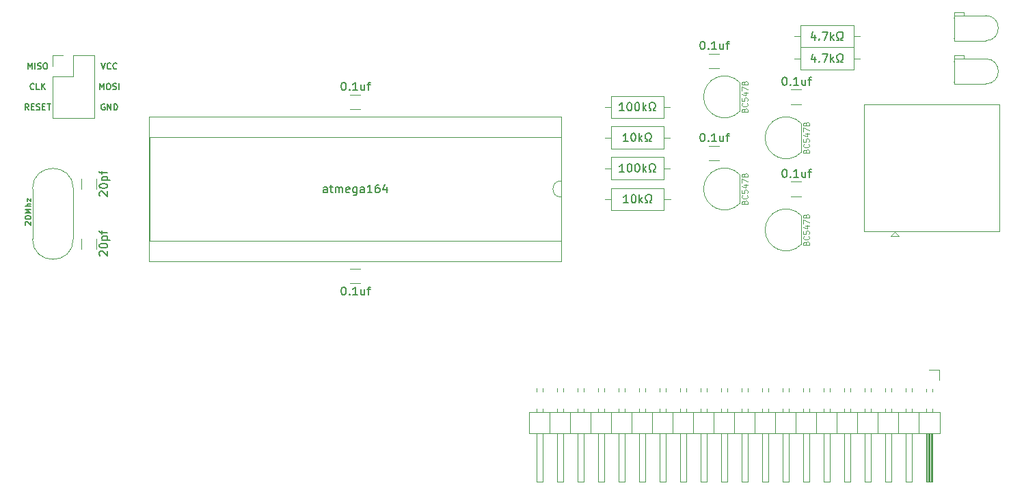
<source format=gbr>
%TF.GenerationSoftware,KiCad,Pcbnew,(5.1.10)-1*%
%TF.CreationDate,2022-08-14T17:25:08-06:00*%
%TF.ProjectId,network_card_a,6e657477-6f72-46b5-9f63-6172645f612e,rev?*%
%TF.SameCoordinates,Original*%
%TF.FileFunction,Legend,Top*%
%TF.FilePolarity,Positive*%
%FSLAX46Y46*%
G04 Gerber Fmt 4.6, Leading zero omitted, Abs format (unit mm)*
G04 Created by KiCad (PCBNEW (5.1.10)-1) date 2022-08-14 17:25:08*
%MOMM*%
%LPD*%
G01*
G04 APERTURE LIST*
%ADD10C,0.150000*%
%ADD11C,0.120000*%
%ADD12C,0.125000*%
G04 APERTURE END LIST*
D10*
X354625714Y-290567857D02*
X354590000Y-290532142D01*
X354554285Y-290460714D01*
X354554285Y-290282142D01*
X354590000Y-290210714D01*
X354625714Y-290175000D01*
X354697142Y-290139285D01*
X354768571Y-290139285D01*
X354875714Y-290175000D01*
X355304285Y-290603571D01*
X355304285Y-290139285D01*
X354554285Y-289675000D02*
X354554285Y-289603571D01*
X354590000Y-289532142D01*
X354625714Y-289496428D01*
X354697142Y-289460714D01*
X354840000Y-289425000D01*
X355018571Y-289425000D01*
X355161428Y-289460714D01*
X355232857Y-289496428D01*
X355268571Y-289532142D01*
X355304285Y-289603571D01*
X355304285Y-289675000D01*
X355268571Y-289746428D01*
X355232857Y-289782142D01*
X355161428Y-289817857D01*
X355018571Y-289853571D01*
X354840000Y-289853571D01*
X354697142Y-289817857D01*
X354625714Y-289782142D01*
X354590000Y-289746428D01*
X354554285Y-289675000D01*
X355304285Y-289103571D02*
X354554285Y-289103571D01*
X355090000Y-288853571D01*
X354554285Y-288603571D01*
X355304285Y-288603571D01*
X355304285Y-288246428D02*
X354554285Y-288246428D01*
X355304285Y-287925000D02*
X354911428Y-287925000D01*
X354840000Y-287960714D01*
X354804285Y-288032142D01*
X354804285Y-288139285D01*
X354840000Y-288210714D01*
X354875714Y-288246428D01*
X354804285Y-287639285D02*
X354804285Y-287246428D01*
X355304285Y-287639285D01*
X355304285Y-287246428D01*
X363816888Y-273737265D02*
X363816888Y-272987265D01*
X364066888Y-273522980D01*
X364316888Y-272987265D01*
X364316888Y-273737265D01*
X364816888Y-272987265D02*
X364959745Y-272987265D01*
X365031174Y-273022980D01*
X365102602Y-273094408D01*
X365138317Y-273237265D01*
X365138317Y-273487265D01*
X365102602Y-273630122D01*
X365031174Y-273701551D01*
X364959745Y-273737265D01*
X364816888Y-273737265D01*
X364745460Y-273701551D01*
X364674031Y-273630122D01*
X364638317Y-273487265D01*
X364638317Y-273237265D01*
X364674031Y-273094408D01*
X364745460Y-273022980D01*
X364816888Y-272987265D01*
X365424031Y-273701551D02*
X365531174Y-273737265D01*
X365709745Y-273737265D01*
X365781174Y-273701551D01*
X365816888Y-273665837D01*
X365852602Y-273594408D01*
X365852602Y-273522980D01*
X365816888Y-273451551D01*
X365781174Y-273415837D01*
X365709745Y-273380122D01*
X365566888Y-273344408D01*
X365495460Y-273308694D01*
X365459745Y-273272980D01*
X365424031Y-273201551D01*
X365424031Y-273130122D01*
X365459745Y-273058694D01*
X365495460Y-273022980D01*
X365566888Y-272987265D01*
X365745460Y-272987265D01*
X365852602Y-273022980D01*
X366174031Y-273737265D02*
X366174031Y-272987265D01*
X364424031Y-275562980D02*
X364352602Y-275527265D01*
X364245460Y-275527265D01*
X364138317Y-275562980D01*
X364066888Y-275634408D01*
X364031174Y-275705837D01*
X363995460Y-275848694D01*
X363995460Y-275955837D01*
X364031174Y-276098694D01*
X364066888Y-276170122D01*
X364138317Y-276241551D01*
X364245460Y-276277265D01*
X364316888Y-276277265D01*
X364424031Y-276241551D01*
X364459745Y-276205837D01*
X364459745Y-275955837D01*
X364316888Y-275955837D01*
X364781174Y-276277265D02*
X364781174Y-275527265D01*
X365209745Y-276277265D01*
X365209745Y-275527265D01*
X365566888Y-276277265D02*
X365566888Y-275527265D01*
X365745460Y-275527265D01*
X365852602Y-275562980D01*
X365924031Y-275634408D01*
X365959745Y-275705837D01*
X365995460Y-275848694D01*
X365995460Y-275955837D01*
X365959745Y-276098694D01*
X365924031Y-276170122D01*
X365852602Y-276241551D01*
X365745460Y-276277265D01*
X365566888Y-276277265D01*
X354926888Y-271197265D02*
X354926888Y-270447265D01*
X355176888Y-270982980D01*
X355426888Y-270447265D01*
X355426888Y-271197265D01*
X355784031Y-271197265D02*
X355784031Y-270447265D01*
X356105460Y-271161551D02*
X356212602Y-271197265D01*
X356391174Y-271197265D01*
X356462602Y-271161551D01*
X356498317Y-271125837D01*
X356534031Y-271054408D01*
X356534031Y-270982980D01*
X356498317Y-270911551D01*
X356462602Y-270875837D01*
X356391174Y-270840122D01*
X356248317Y-270804408D01*
X356176888Y-270768694D01*
X356141174Y-270732980D01*
X356105460Y-270661551D01*
X356105460Y-270590122D01*
X356141174Y-270518694D01*
X356176888Y-270482980D01*
X356248317Y-270447265D01*
X356426888Y-270447265D01*
X356534031Y-270482980D01*
X356998317Y-270447265D02*
X357141174Y-270447265D01*
X357212602Y-270482980D01*
X357284031Y-270554408D01*
X357319745Y-270697265D01*
X357319745Y-270947265D01*
X357284031Y-271090122D01*
X357212602Y-271161551D01*
X357141174Y-271197265D01*
X356998317Y-271197265D01*
X356926888Y-271161551D01*
X356855460Y-271090122D01*
X356819745Y-270947265D01*
X356819745Y-270697265D01*
X356855460Y-270554408D01*
X356926888Y-270482980D01*
X356998317Y-270447265D01*
X355659031Y-273665837D02*
X355623317Y-273701551D01*
X355516174Y-273737265D01*
X355444745Y-273737265D01*
X355337602Y-273701551D01*
X355266174Y-273630122D01*
X355230460Y-273558694D01*
X355194745Y-273415837D01*
X355194745Y-273308694D01*
X355230460Y-273165837D01*
X355266174Y-273094408D01*
X355337602Y-273022980D01*
X355444745Y-272987265D01*
X355516174Y-272987265D01*
X355623317Y-273022980D01*
X355659031Y-273058694D01*
X356337602Y-273737265D02*
X355980460Y-273737265D01*
X355980460Y-272987265D01*
X356587602Y-273737265D02*
X356587602Y-272987265D01*
X357016174Y-273737265D02*
X356694745Y-273308694D01*
X357016174Y-272987265D02*
X356587602Y-273415837D01*
X355016174Y-276277265D02*
X354766174Y-275920122D01*
X354587602Y-276277265D02*
X354587602Y-275527265D01*
X354873317Y-275527265D01*
X354944745Y-275562980D01*
X354980460Y-275598694D01*
X355016174Y-275670122D01*
X355016174Y-275777265D01*
X354980460Y-275848694D01*
X354944745Y-275884408D01*
X354873317Y-275920122D01*
X354587602Y-275920122D01*
X355337602Y-275884408D02*
X355587602Y-275884408D01*
X355694745Y-276277265D02*
X355337602Y-276277265D01*
X355337602Y-275527265D01*
X355694745Y-275527265D01*
X355980460Y-276241551D02*
X356087602Y-276277265D01*
X356266174Y-276277265D01*
X356337602Y-276241551D01*
X356373317Y-276205837D01*
X356409031Y-276134408D01*
X356409031Y-276062980D01*
X356373317Y-275991551D01*
X356337602Y-275955837D01*
X356266174Y-275920122D01*
X356123317Y-275884408D01*
X356051888Y-275848694D01*
X356016174Y-275812980D01*
X355980460Y-275741551D01*
X355980460Y-275670122D01*
X356016174Y-275598694D01*
X356051888Y-275562980D01*
X356123317Y-275527265D01*
X356301888Y-275527265D01*
X356409031Y-275562980D01*
X356730460Y-275884408D02*
X356980460Y-275884408D01*
X357087602Y-276277265D02*
X356730460Y-276277265D01*
X356730460Y-275527265D01*
X357087602Y-275527265D01*
X357301888Y-275527265D02*
X357730460Y-275527265D01*
X357516174Y-276277265D02*
X357516174Y-275527265D01*
X363995460Y-270447265D02*
X364245460Y-271197265D01*
X364495460Y-270447265D01*
X365174031Y-271125837D02*
X365138317Y-271161551D01*
X365031174Y-271197265D01*
X364959745Y-271197265D01*
X364852602Y-271161551D01*
X364781174Y-271090122D01*
X364745460Y-271018694D01*
X364709745Y-270875837D01*
X364709745Y-270768694D01*
X364745460Y-270625837D01*
X364781174Y-270554408D01*
X364852602Y-270482980D01*
X364959745Y-270447265D01*
X365031174Y-270447265D01*
X365138317Y-270482980D01*
X365174031Y-270518694D01*
X365924031Y-271125837D02*
X365888317Y-271161551D01*
X365781174Y-271197265D01*
X365709745Y-271197265D01*
X365602602Y-271161551D01*
X365531174Y-271090122D01*
X365495460Y-271018694D01*
X365459745Y-270875837D01*
X365459745Y-270768694D01*
X365495460Y-270625837D01*
X365531174Y-270554408D01*
X365602602Y-270482980D01*
X365709745Y-270447265D01*
X365781174Y-270447265D01*
X365888317Y-270482980D01*
X365924031Y-270518694D01*
D11*
%TO.C,10k\u03A9*%
X426395000Y-287350200D02*
X427165000Y-287350200D01*
X434475000Y-287350200D02*
X433705000Y-287350200D01*
X427165000Y-288720200D02*
X433705000Y-288720200D01*
X427165000Y-285980200D02*
X427165000Y-288720200D01*
X433705000Y-285980200D02*
X427165000Y-285980200D01*
X433705000Y-288720200D02*
X433705000Y-285980200D01*
X426360460Y-279717500D02*
X427130460Y-279717500D01*
X434440460Y-279717500D02*
X433670460Y-279717500D01*
X427130460Y-281087500D02*
X433670460Y-281087500D01*
X427130460Y-278347500D02*
X427130460Y-281087500D01*
X433670460Y-278347500D02*
X427130460Y-278347500D01*
X433670460Y-281087500D02*
X433670460Y-278347500D01*
%TO.C,100k\u03A9*%
X426363000Y-283527500D02*
X427133000Y-283527500D01*
X434443000Y-283527500D02*
X433673000Y-283527500D01*
X427133000Y-284897500D02*
X433673000Y-284897500D01*
X427133000Y-282157500D02*
X427133000Y-284897500D01*
X433673000Y-282157500D02*
X427133000Y-282157500D01*
X433673000Y-284897500D02*
X433673000Y-282157500D01*
%TO.C,TX*%
X469555060Y-270230600D02*
X469555060Y-270230600D01*
X469685060Y-270230600D02*
X469555060Y-270230600D01*
X469685060Y-270230600D02*
X469685060Y-270230600D01*
X469555060Y-270230600D02*
X469685060Y-270230600D01*
X469555060Y-272770600D02*
X469555060Y-272770600D01*
X469685060Y-272770600D02*
X469555060Y-272770600D01*
X469685060Y-272770600D02*
X469685060Y-272770600D01*
X469555060Y-272770600D02*
X469685060Y-272770600D01*
X469685060Y-269940600D02*
X469685060Y-269540600D01*
X470805060Y-269940600D02*
X469685060Y-269940600D01*
X470805060Y-269540600D02*
X470805060Y-269940600D01*
X469685060Y-269540600D02*
X470805060Y-269540600D01*
X469685060Y-273060600D02*
X469685060Y-269940600D01*
X469685060Y-269940600D02*
X473545060Y-269940600D01*
X469685060Y-273060600D02*
X473545060Y-273060600D01*
X473545060Y-269940600D02*
G75*
G02*
X473545060Y-273060600I0J-1560000D01*
G01*
%TO.C,4.7k\u03A9*%
X449855460Y-267157200D02*
X450625460Y-267157200D01*
X457935460Y-267157200D02*
X457165460Y-267157200D01*
X450625460Y-268527200D02*
X457165460Y-268527200D01*
X450625460Y-265787200D02*
X450625460Y-268527200D01*
X457165460Y-265787200D02*
X450625460Y-265787200D01*
X457165460Y-268527200D02*
X457165460Y-265787200D01*
%TO.C, *%
X357950460Y-269527980D02*
X359280460Y-269527980D01*
X357950460Y-270857980D02*
X357950460Y-269527980D01*
X360550460Y-269527980D02*
X363150460Y-269527980D01*
X360550460Y-272127980D02*
X360550460Y-269527980D01*
X357950460Y-272127980D02*
X360550460Y-272127980D01*
X363150460Y-269527980D02*
X363150460Y-277267980D01*
X357950460Y-272127980D02*
X357950460Y-277267980D01*
X357950460Y-277267980D02*
X363150460Y-277267980D01*
%TO.C,4.7k\u03A9*%
X449855460Y-269892780D02*
X450625460Y-269892780D01*
X457935460Y-269892780D02*
X457165460Y-269892780D01*
X450625460Y-271262780D02*
X457165460Y-271262780D01*
X450625460Y-268522780D02*
X450625460Y-271262780D01*
X457165460Y-268522780D02*
X450625460Y-268522780D01*
X457165460Y-271262780D02*
X457165460Y-268522780D01*
%TO.C,20pf*%
X361535460Y-286111980D02*
X361535460Y-284853980D01*
X363375460Y-286111980D02*
X363375460Y-284853980D01*
%TO.C, *%
X360535460Y-286057980D02*
X360535460Y-292307980D01*
X355485460Y-286057980D02*
X355485460Y-292307980D01*
X355485460Y-292307980D02*
G75*
G03*
X360535460Y-292307980I2525000J0D01*
G01*
X355485460Y-286057980D02*
G75*
G02*
X360535460Y-286057980I2525000J0D01*
G01*
%TO.C,20pf*%
X361535460Y-293514180D02*
X361535460Y-292256180D01*
X363375460Y-293514180D02*
X363375460Y-292256180D01*
%TO.C,0.1uf*%
X449436460Y-285177980D02*
X450694460Y-285177980D01*
X449436460Y-287017980D02*
X450694460Y-287017980D01*
X394826460Y-274382980D02*
X396084460Y-274382980D01*
X394826460Y-276222980D02*
X396084460Y-276222980D01*
X394826460Y-295972980D02*
X396084460Y-295972980D01*
X394826460Y-297812980D02*
X396084460Y-297812980D01*
%TO.C,RX*%
X469685060Y-267693580D02*
X473545060Y-267693580D01*
X469685060Y-264573580D02*
X473545060Y-264573580D01*
X469685060Y-267693580D02*
X469685060Y-264573580D01*
X469685060Y-264173580D02*
X470805060Y-264173580D01*
X470805060Y-264173580D02*
X470805060Y-264573580D01*
X470805060Y-264573580D02*
X469685060Y-264573580D01*
X469685060Y-264573580D02*
X469685060Y-264173580D01*
X469555060Y-267403580D02*
X469685060Y-267403580D01*
X469685060Y-267403580D02*
X469685060Y-267403580D01*
X469685060Y-267403580D02*
X469555060Y-267403580D01*
X469555060Y-267403580D02*
X469555060Y-267403580D01*
X469555060Y-264863580D02*
X469685060Y-264863580D01*
X469685060Y-264863580D02*
X469685060Y-264863580D01*
X469685060Y-264863580D02*
X469555060Y-264863580D01*
X469555060Y-264863580D02*
X469555060Y-264863580D01*
X473545060Y-264573580D02*
G75*
G02*
X473545060Y-267693580I0J-1560000D01*
G01*
%TO.C,20pin conn.*%
X467829900Y-308516020D02*
X467829900Y-309786020D01*
X466559900Y-308516020D02*
X467829900Y-308516020D01*
X417919900Y-310828949D02*
X417919900Y-311283091D01*
X418679900Y-310828949D02*
X418679900Y-311283091D01*
X417919900Y-313368949D02*
X417919900Y-313766020D01*
X418679900Y-313368949D02*
X418679900Y-313766020D01*
X417919900Y-322426020D02*
X417919900Y-316426020D01*
X418679900Y-322426020D02*
X417919900Y-322426020D01*
X418679900Y-316426020D02*
X418679900Y-322426020D01*
X419569900Y-313766020D02*
X419569900Y-316426020D01*
X420459900Y-310828949D02*
X420459900Y-311283091D01*
X421219900Y-310828949D02*
X421219900Y-311283091D01*
X420459900Y-313368949D02*
X420459900Y-313766020D01*
X421219900Y-313368949D02*
X421219900Y-313766020D01*
X420459900Y-322426020D02*
X420459900Y-316426020D01*
X421219900Y-322426020D02*
X420459900Y-322426020D01*
X421219900Y-316426020D02*
X421219900Y-322426020D01*
X422109900Y-313766020D02*
X422109900Y-316426020D01*
X422999900Y-310828949D02*
X422999900Y-311283091D01*
X423759900Y-310828949D02*
X423759900Y-311283091D01*
X422999900Y-313368949D02*
X422999900Y-313766020D01*
X423759900Y-313368949D02*
X423759900Y-313766020D01*
X422999900Y-322426020D02*
X422999900Y-316426020D01*
X423759900Y-322426020D02*
X422999900Y-322426020D01*
X423759900Y-316426020D02*
X423759900Y-322426020D01*
X424649900Y-313766020D02*
X424649900Y-316426020D01*
X425539900Y-310828949D02*
X425539900Y-311283091D01*
X426299900Y-310828949D02*
X426299900Y-311283091D01*
X425539900Y-313368949D02*
X425539900Y-313766020D01*
X426299900Y-313368949D02*
X426299900Y-313766020D01*
X425539900Y-322426020D02*
X425539900Y-316426020D01*
X426299900Y-322426020D02*
X425539900Y-322426020D01*
X426299900Y-316426020D02*
X426299900Y-322426020D01*
X427189900Y-313766020D02*
X427189900Y-316426020D01*
X428079900Y-310828949D02*
X428079900Y-311283091D01*
X428839900Y-310828949D02*
X428839900Y-311283091D01*
X428079900Y-313368949D02*
X428079900Y-313766020D01*
X428839900Y-313368949D02*
X428839900Y-313766020D01*
X428079900Y-322426020D02*
X428079900Y-316426020D01*
X428839900Y-322426020D02*
X428079900Y-322426020D01*
X428839900Y-316426020D02*
X428839900Y-322426020D01*
X429729900Y-313766020D02*
X429729900Y-316426020D01*
X430619900Y-310828949D02*
X430619900Y-311283091D01*
X431379900Y-310828949D02*
X431379900Y-311283091D01*
X430619900Y-313368949D02*
X430619900Y-313766020D01*
X431379900Y-313368949D02*
X431379900Y-313766020D01*
X430619900Y-322426020D02*
X430619900Y-316426020D01*
X431379900Y-322426020D02*
X430619900Y-322426020D01*
X431379900Y-316426020D02*
X431379900Y-322426020D01*
X432269900Y-313766020D02*
X432269900Y-316426020D01*
X433159900Y-310828949D02*
X433159900Y-311283091D01*
X433919900Y-310828949D02*
X433919900Y-311283091D01*
X433159900Y-313368949D02*
X433159900Y-313766020D01*
X433919900Y-313368949D02*
X433919900Y-313766020D01*
X433159900Y-322426020D02*
X433159900Y-316426020D01*
X433919900Y-322426020D02*
X433159900Y-322426020D01*
X433919900Y-316426020D02*
X433919900Y-322426020D01*
X434809900Y-313766020D02*
X434809900Y-316426020D01*
X435699900Y-310828949D02*
X435699900Y-311283091D01*
X436459900Y-310828949D02*
X436459900Y-311283091D01*
X435699900Y-313368949D02*
X435699900Y-313766020D01*
X436459900Y-313368949D02*
X436459900Y-313766020D01*
X435699900Y-322426020D02*
X435699900Y-316426020D01*
X436459900Y-322426020D02*
X435699900Y-322426020D01*
X436459900Y-316426020D02*
X436459900Y-322426020D01*
X437349900Y-313766020D02*
X437349900Y-316426020D01*
X438239900Y-310828949D02*
X438239900Y-311283091D01*
X438999900Y-310828949D02*
X438999900Y-311283091D01*
X438239900Y-313368949D02*
X438239900Y-313766020D01*
X438999900Y-313368949D02*
X438999900Y-313766020D01*
X438239900Y-322426020D02*
X438239900Y-316426020D01*
X438999900Y-322426020D02*
X438239900Y-322426020D01*
X438999900Y-316426020D02*
X438999900Y-322426020D01*
X439889900Y-313766020D02*
X439889900Y-316426020D01*
X440779900Y-310828949D02*
X440779900Y-311283091D01*
X441539900Y-310828949D02*
X441539900Y-311283091D01*
X440779900Y-313368949D02*
X440779900Y-313766020D01*
X441539900Y-313368949D02*
X441539900Y-313766020D01*
X440779900Y-322426020D02*
X440779900Y-316426020D01*
X441539900Y-322426020D02*
X440779900Y-322426020D01*
X441539900Y-316426020D02*
X441539900Y-322426020D01*
X442429900Y-313766020D02*
X442429900Y-316426020D01*
X443319900Y-310828949D02*
X443319900Y-311283091D01*
X444079900Y-310828949D02*
X444079900Y-311283091D01*
X443319900Y-313368949D02*
X443319900Y-313766020D01*
X444079900Y-313368949D02*
X444079900Y-313766020D01*
X443319900Y-322426020D02*
X443319900Y-316426020D01*
X444079900Y-322426020D02*
X443319900Y-322426020D01*
X444079900Y-316426020D02*
X444079900Y-322426020D01*
X444969900Y-313766020D02*
X444969900Y-316426020D01*
X445859900Y-310828949D02*
X445859900Y-311283091D01*
X446619900Y-310828949D02*
X446619900Y-311283091D01*
X445859900Y-313368949D02*
X445859900Y-313766020D01*
X446619900Y-313368949D02*
X446619900Y-313766020D01*
X445859900Y-322426020D02*
X445859900Y-316426020D01*
X446619900Y-322426020D02*
X445859900Y-322426020D01*
X446619900Y-316426020D02*
X446619900Y-322426020D01*
X447509900Y-313766020D02*
X447509900Y-316426020D01*
X448399900Y-310828949D02*
X448399900Y-311283091D01*
X449159900Y-310828949D02*
X449159900Y-311283091D01*
X448399900Y-313368949D02*
X448399900Y-313766020D01*
X449159900Y-313368949D02*
X449159900Y-313766020D01*
X448399900Y-322426020D02*
X448399900Y-316426020D01*
X449159900Y-322426020D02*
X448399900Y-322426020D01*
X449159900Y-316426020D02*
X449159900Y-322426020D01*
X450049900Y-313766020D02*
X450049900Y-316426020D01*
X450939900Y-310828949D02*
X450939900Y-311283091D01*
X451699900Y-310828949D02*
X451699900Y-311283091D01*
X450939900Y-313368949D02*
X450939900Y-313766020D01*
X451699900Y-313368949D02*
X451699900Y-313766020D01*
X450939900Y-322426020D02*
X450939900Y-316426020D01*
X451699900Y-322426020D02*
X450939900Y-322426020D01*
X451699900Y-316426020D02*
X451699900Y-322426020D01*
X452589900Y-313766020D02*
X452589900Y-316426020D01*
X453479900Y-310828949D02*
X453479900Y-311283091D01*
X454239900Y-310828949D02*
X454239900Y-311283091D01*
X453479900Y-313368949D02*
X453479900Y-313766020D01*
X454239900Y-313368949D02*
X454239900Y-313766020D01*
X453479900Y-322426020D02*
X453479900Y-316426020D01*
X454239900Y-322426020D02*
X453479900Y-322426020D01*
X454239900Y-316426020D02*
X454239900Y-322426020D01*
X455129900Y-313766020D02*
X455129900Y-316426020D01*
X456019900Y-310828949D02*
X456019900Y-311283091D01*
X456779900Y-310828949D02*
X456779900Y-311283091D01*
X456019900Y-313368949D02*
X456019900Y-313766020D01*
X456779900Y-313368949D02*
X456779900Y-313766020D01*
X456019900Y-322426020D02*
X456019900Y-316426020D01*
X456779900Y-322426020D02*
X456019900Y-322426020D01*
X456779900Y-316426020D02*
X456779900Y-322426020D01*
X457669900Y-313766020D02*
X457669900Y-316426020D01*
X458559900Y-310828949D02*
X458559900Y-311283091D01*
X459319900Y-310828949D02*
X459319900Y-311283091D01*
X458559900Y-313368949D02*
X458559900Y-313766020D01*
X459319900Y-313368949D02*
X459319900Y-313766020D01*
X458559900Y-322426020D02*
X458559900Y-316426020D01*
X459319900Y-322426020D02*
X458559900Y-322426020D01*
X459319900Y-316426020D02*
X459319900Y-322426020D01*
X460209900Y-313766020D02*
X460209900Y-316426020D01*
X461099900Y-310828949D02*
X461099900Y-311283091D01*
X461859900Y-310828949D02*
X461859900Y-311283091D01*
X461099900Y-313368949D02*
X461099900Y-313766020D01*
X461859900Y-313368949D02*
X461859900Y-313766020D01*
X461099900Y-322426020D02*
X461099900Y-316426020D01*
X461859900Y-322426020D02*
X461099900Y-322426020D01*
X461859900Y-316426020D02*
X461859900Y-322426020D01*
X462749900Y-313766020D02*
X462749900Y-316426020D01*
X463639900Y-310828949D02*
X463639900Y-311283091D01*
X464399900Y-310828949D02*
X464399900Y-311283091D01*
X463639900Y-313368949D02*
X463639900Y-313766020D01*
X464399900Y-313368949D02*
X464399900Y-313766020D01*
X463639900Y-322426020D02*
X463639900Y-316426020D01*
X464399900Y-322426020D02*
X463639900Y-322426020D01*
X464399900Y-316426020D02*
X464399900Y-322426020D01*
X465289900Y-313766020D02*
X465289900Y-316426020D01*
X466179900Y-310896020D02*
X466179900Y-311283091D01*
X466939900Y-310896020D02*
X466939900Y-311283091D01*
X466179900Y-313368949D02*
X466179900Y-313766020D01*
X466939900Y-313368949D02*
X466939900Y-313766020D01*
X466279900Y-316426020D02*
X466279900Y-322426020D01*
X466399900Y-316426020D02*
X466399900Y-322426020D01*
X466519900Y-316426020D02*
X466519900Y-322426020D01*
X466639900Y-316426020D02*
X466639900Y-322426020D01*
X466759900Y-316426020D02*
X466759900Y-322426020D01*
X466879900Y-316426020D02*
X466879900Y-322426020D01*
X466179900Y-322426020D02*
X466179900Y-316426020D01*
X466939900Y-322426020D02*
X466179900Y-322426020D01*
X466939900Y-316426020D02*
X466939900Y-322426020D01*
X467889900Y-316426020D02*
X467889900Y-313766020D01*
X416969900Y-316426020D02*
X467889900Y-316426020D01*
X416969900Y-313766020D02*
X416969900Y-316426020D01*
X467889900Y-313766020D02*
X416969900Y-313766020D01*
%TO.C,atmega164*%
X420995460Y-295047980D02*
X420995460Y-277147980D01*
X369955460Y-295047980D02*
X420995460Y-295047980D01*
X369955460Y-277147980D02*
X369955460Y-295047980D01*
X420995460Y-277147980D02*
X369955460Y-277147980D01*
X420935460Y-292557980D02*
X420935460Y-287097980D01*
X370015460Y-292557980D02*
X420935460Y-292557980D01*
X370015460Y-279637980D02*
X370015460Y-292557980D01*
X420935460Y-279637980D02*
X370015460Y-279637980D01*
X420935460Y-285097980D02*
X420935460Y-279637980D01*
X420935460Y-287097980D02*
G75*
G02*
X420935460Y-285097980I0J1000000D01*
G01*
%TO.C,RJ45*%
X462777460Y-291926780D02*
X462277460Y-291426780D01*
X461777460Y-291926780D02*
X462777460Y-291926780D01*
X462277460Y-291426780D02*
X461777460Y-291926780D01*
X458487460Y-275626780D02*
X458487460Y-291346780D01*
X458487460Y-291346780D02*
X475227460Y-291346780D01*
X458487460Y-275616780D02*
X475227460Y-275616780D01*
X475227460Y-275616780D02*
X475227460Y-291346780D01*
%TO.C,BC547B*%
X443045460Y-276467980D02*
X443045460Y-272867980D01*
X443033938Y-276506458D02*
G75*
G02*
X438595460Y-274667980I-1838478J1838478D01*
G01*
X443033938Y-272829502D02*
G75*
G03*
X438595460Y-274667980I-1838478J-1838478D01*
G01*
X450665460Y-281547980D02*
X450665460Y-277947980D01*
X450653938Y-277909502D02*
G75*
G03*
X446215460Y-279747980I-1838478J-1838478D01*
G01*
X450653938Y-281586458D02*
G75*
G02*
X446215460Y-279747980I-1838478J1838478D01*
G01*
X450665460Y-292977980D02*
X450665460Y-289377980D01*
X450653938Y-289339502D02*
G75*
G03*
X446215460Y-291177980I-1838478J-1838478D01*
G01*
X450653938Y-293016458D02*
G75*
G02*
X446215460Y-291177980I-1838478J1838478D01*
G01*
X443045460Y-287897980D02*
X443045460Y-284297980D01*
X443033938Y-287936458D02*
G75*
G02*
X438595460Y-286097980I-1838478J1838478D01*
G01*
X443033938Y-284259502D02*
G75*
G03*
X438595460Y-286097980I-1838478J-1838478D01*
G01*
%TO.C,100k\u03A9*%
X426360460Y-275920200D02*
X427130460Y-275920200D01*
X434440460Y-275920200D02*
X433670460Y-275920200D01*
X427130460Y-277290200D02*
X433670460Y-277290200D01*
X427130460Y-274550200D02*
X427130460Y-277290200D01*
X433670460Y-274550200D02*
X427130460Y-274550200D01*
X433670460Y-277290200D02*
X433670460Y-274550200D01*
%TO.C,0.1uf*%
X439276460Y-269302980D02*
X440534460Y-269302980D01*
X439276460Y-271142980D02*
X440534460Y-271142980D01*
X439276460Y-280732980D02*
X440534460Y-280732980D01*
X439276460Y-282572980D02*
X440534460Y-282572980D01*
X449436460Y-273747980D02*
X450694460Y-273747980D01*
X449436460Y-275587980D02*
X450694460Y-275587980D01*
%TO.C,10k\u03A9*%
D10*
X429268333Y-287802580D02*
X428696904Y-287802580D01*
X428982619Y-287802580D02*
X428982619Y-286802580D01*
X428887380Y-286945438D01*
X428792142Y-287040676D01*
X428696904Y-287088295D01*
X429887380Y-286802580D02*
X429982619Y-286802580D01*
X430077857Y-286850200D01*
X430125476Y-286897819D01*
X430173095Y-286993057D01*
X430220714Y-287183533D01*
X430220714Y-287421628D01*
X430173095Y-287612104D01*
X430125476Y-287707342D01*
X430077857Y-287754961D01*
X429982619Y-287802580D01*
X429887380Y-287802580D01*
X429792142Y-287754961D01*
X429744523Y-287707342D01*
X429696904Y-287612104D01*
X429649285Y-287421628D01*
X429649285Y-287183533D01*
X429696904Y-286993057D01*
X429744523Y-286897819D01*
X429792142Y-286850200D01*
X429887380Y-286802580D01*
X430649285Y-287802580D02*
X430649285Y-286802580D01*
X430744523Y-287421628D02*
X431030238Y-287802580D01*
X431030238Y-287135914D02*
X430649285Y-287516866D01*
X431411190Y-287802580D02*
X431649285Y-287802580D01*
X431649285Y-287612104D01*
X431554047Y-287564485D01*
X431458809Y-287469247D01*
X431411190Y-287326390D01*
X431411190Y-287088295D01*
X431458809Y-286945438D01*
X431554047Y-286850200D01*
X431696904Y-286802580D01*
X431887380Y-286802580D01*
X432030238Y-286850200D01*
X432125476Y-286945438D01*
X432173095Y-287088295D01*
X432173095Y-287326390D01*
X432125476Y-287469247D01*
X432030238Y-287564485D01*
X431935000Y-287612104D01*
X431935000Y-287802580D01*
X432173095Y-287802580D01*
X429233793Y-280169880D02*
X428662364Y-280169880D01*
X428948079Y-280169880D02*
X428948079Y-279169880D01*
X428852840Y-279312738D01*
X428757602Y-279407976D01*
X428662364Y-279455595D01*
X429852840Y-279169880D02*
X429948079Y-279169880D01*
X430043317Y-279217500D01*
X430090936Y-279265119D01*
X430138555Y-279360357D01*
X430186174Y-279550833D01*
X430186174Y-279788928D01*
X430138555Y-279979404D01*
X430090936Y-280074642D01*
X430043317Y-280122261D01*
X429948079Y-280169880D01*
X429852840Y-280169880D01*
X429757602Y-280122261D01*
X429709983Y-280074642D01*
X429662364Y-279979404D01*
X429614745Y-279788928D01*
X429614745Y-279550833D01*
X429662364Y-279360357D01*
X429709983Y-279265119D01*
X429757602Y-279217500D01*
X429852840Y-279169880D01*
X430614745Y-280169880D02*
X430614745Y-279169880D01*
X430709983Y-279788928D02*
X430995698Y-280169880D01*
X430995698Y-279503214D02*
X430614745Y-279884166D01*
X431376650Y-280169880D02*
X431614745Y-280169880D01*
X431614745Y-279979404D01*
X431519507Y-279931785D01*
X431424269Y-279836547D01*
X431376650Y-279693690D01*
X431376650Y-279455595D01*
X431424269Y-279312738D01*
X431519507Y-279217500D01*
X431662364Y-279169880D01*
X431852840Y-279169880D01*
X431995698Y-279217500D01*
X432090936Y-279312738D01*
X432138555Y-279455595D01*
X432138555Y-279693690D01*
X432090936Y-279836547D01*
X431995698Y-279931785D01*
X431900460Y-279979404D01*
X431900460Y-280169880D01*
X432138555Y-280169880D01*
%TO.C,100k\u03A9*%
X428760142Y-283979880D02*
X428188714Y-283979880D01*
X428474428Y-283979880D02*
X428474428Y-282979880D01*
X428379190Y-283122738D01*
X428283952Y-283217976D01*
X428188714Y-283265595D01*
X429379190Y-282979880D02*
X429474428Y-282979880D01*
X429569666Y-283027500D01*
X429617285Y-283075119D01*
X429664904Y-283170357D01*
X429712523Y-283360833D01*
X429712523Y-283598928D01*
X429664904Y-283789404D01*
X429617285Y-283884642D01*
X429569666Y-283932261D01*
X429474428Y-283979880D01*
X429379190Y-283979880D01*
X429283952Y-283932261D01*
X429236333Y-283884642D01*
X429188714Y-283789404D01*
X429141095Y-283598928D01*
X429141095Y-283360833D01*
X429188714Y-283170357D01*
X429236333Y-283075119D01*
X429283952Y-283027500D01*
X429379190Y-282979880D01*
X430331571Y-282979880D02*
X430426809Y-282979880D01*
X430522047Y-283027500D01*
X430569666Y-283075119D01*
X430617285Y-283170357D01*
X430664904Y-283360833D01*
X430664904Y-283598928D01*
X430617285Y-283789404D01*
X430569666Y-283884642D01*
X430522047Y-283932261D01*
X430426809Y-283979880D01*
X430331571Y-283979880D01*
X430236333Y-283932261D01*
X430188714Y-283884642D01*
X430141095Y-283789404D01*
X430093476Y-283598928D01*
X430093476Y-283360833D01*
X430141095Y-283170357D01*
X430188714Y-283075119D01*
X430236333Y-283027500D01*
X430331571Y-282979880D01*
X431093476Y-283979880D02*
X431093476Y-282979880D01*
X431188714Y-283598928D02*
X431474428Y-283979880D01*
X431474428Y-283313214D02*
X431093476Y-283694166D01*
X431855380Y-283979880D02*
X432093476Y-283979880D01*
X432093476Y-283789404D01*
X431998238Y-283741785D01*
X431903000Y-283646547D01*
X431855380Y-283503690D01*
X431855380Y-283265595D01*
X431903000Y-283122738D01*
X431998238Y-283027500D01*
X432141095Y-282979880D01*
X432331571Y-282979880D01*
X432474428Y-283027500D01*
X432569666Y-283122738D01*
X432617285Y-283265595D01*
X432617285Y-283503690D01*
X432569666Y-283646547D01*
X432474428Y-283741785D01*
X432379190Y-283789404D01*
X432379190Y-283979880D01*
X432617285Y-283979880D01*
%TO.C,4.7k\u03A9*%
X452395460Y-266942914D02*
X452395460Y-267609580D01*
X452157364Y-266561961D02*
X451919269Y-267276247D01*
X452538317Y-267276247D01*
X452919269Y-267514342D02*
X452966888Y-267561961D01*
X452919269Y-267609580D01*
X452871650Y-267561961D01*
X452919269Y-267514342D01*
X452919269Y-267609580D01*
X453300221Y-266609580D02*
X453966888Y-266609580D01*
X453538317Y-267609580D01*
X454347840Y-267609580D02*
X454347840Y-266609580D01*
X454443079Y-267228628D02*
X454728793Y-267609580D01*
X454728793Y-266942914D02*
X454347840Y-267323866D01*
X455109745Y-267609580D02*
X455347840Y-267609580D01*
X455347840Y-267419104D01*
X455252602Y-267371485D01*
X455157364Y-267276247D01*
X455109745Y-267133390D01*
X455109745Y-266895295D01*
X455157364Y-266752438D01*
X455252602Y-266657200D01*
X455395460Y-266609580D01*
X455585936Y-266609580D01*
X455728793Y-266657200D01*
X455824031Y-266752438D01*
X455871650Y-266895295D01*
X455871650Y-267133390D01*
X455824031Y-267276247D01*
X455728793Y-267371485D01*
X455633555Y-267419104D01*
X455633555Y-267609580D01*
X455871650Y-267609580D01*
X452395460Y-269678494D02*
X452395460Y-270345160D01*
X452157364Y-269297541D02*
X451919269Y-270011827D01*
X452538317Y-270011827D01*
X452919269Y-270249922D02*
X452966888Y-270297541D01*
X452919269Y-270345160D01*
X452871650Y-270297541D01*
X452919269Y-270249922D01*
X452919269Y-270345160D01*
X453300221Y-269345160D02*
X453966888Y-269345160D01*
X453538317Y-270345160D01*
X454347840Y-270345160D02*
X454347840Y-269345160D01*
X454443079Y-269964208D02*
X454728793Y-270345160D01*
X454728793Y-269678494D02*
X454347840Y-270059446D01*
X455109745Y-270345160D02*
X455347840Y-270345160D01*
X455347840Y-270154684D01*
X455252602Y-270107065D01*
X455157364Y-270011827D01*
X455109745Y-269868970D01*
X455109745Y-269630875D01*
X455157364Y-269488018D01*
X455252602Y-269392780D01*
X455395460Y-269345160D01*
X455585936Y-269345160D01*
X455728793Y-269392780D01*
X455824031Y-269488018D01*
X455871650Y-269630875D01*
X455871650Y-269868970D01*
X455824031Y-270011827D01*
X455728793Y-270107065D01*
X455633555Y-270154684D01*
X455633555Y-270345160D01*
X455871650Y-270345160D01*
%TO.C,20pf*%
X363857279Y-286962980D02*
X363809660Y-286915360D01*
X363762040Y-286820122D01*
X363762040Y-286582027D01*
X363809660Y-286486789D01*
X363857279Y-286439170D01*
X363952517Y-286391551D01*
X364047755Y-286391551D01*
X364190612Y-286439170D01*
X364762040Y-287010599D01*
X364762040Y-286391551D01*
X363762040Y-285772503D02*
X363762040Y-285677265D01*
X363809660Y-285582027D01*
X363857279Y-285534408D01*
X363952517Y-285486789D01*
X364142993Y-285439170D01*
X364381088Y-285439170D01*
X364571564Y-285486789D01*
X364666802Y-285534408D01*
X364714421Y-285582027D01*
X364762040Y-285677265D01*
X364762040Y-285772503D01*
X364714421Y-285867741D01*
X364666802Y-285915360D01*
X364571564Y-285962980D01*
X364381088Y-286010599D01*
X364142993Y-286010599D01*
X363952517Y-285962980D01*
X363857279Y-285915360D01*
X363809660Y-285867741D01*
X363762040Y-285772503D01*
X364095374Y-285010599D02*
X365095374Y-285010599D01*
X364142993Y-285010599D02*
X364095374Y-284915360D01*
X364095374Y-284724884D01*
X364142993Y-284629646D01*
X364190612Y-284582027D01*
X364285850Y-284534408D01*
X364571564Y-284534408D01*
X364666802Y-284582027D01*
X364714421Y-284629646D01*
X364762040Y-284724884D01*
X364762040Y-284915360D01*
X364714421Y-285010599D01*
X364095374Y-284248694D02*
X364095374Y-283867741D01*
X364762040Y-284105837D02*
X363904898Y-284105837D01*
X363809660Y-284058218D01*
X363762040Y-283962980D01*
X363762040Y-283867741D01*
X363857279Y-294365180D02*
X363809660Y-294317560D01*
X363762040Y-294222322D01*
X363762040Y-293984227D01*
X363809660Y-293888989D01*
X363857279Y-293841370D01*
X363952517Y-293793751D01*
X364047755Y-293793751D01*
X364190612Y-293841370D01*
X364762040Y-294412799D01*
X364762040Y-293793751D01*
X363762040Y-293174703D02*
X363762040Y-293079465D01*
X363809660Y-292984227D01*
X363857279Y-292936608D01*
X363952517Y-292888989D01*
X364142993Y-292841370D01*
X364381088Y-292841370D01*
X364571564Y-292888989D01*
X364666802Y-292936608D01*
X364714421Y-292984227D01*
X364762040Y-293079465D01*
X364762040Y-293174703D01*
X364714421Y-293269941D01*
X364666802Y-293317560D01*
X364571564Y-293365180D01*
X364381088Y-293412799D01*
X364142993Y-293412799D01*
X363952517Y-293365180D01*
X363857279Y-293317560D01*
X363809660Y-293269941D01*
X363762040Y-293174703D01*
X364095374Y-292412799D02*
X365095374Y-292412799D01*
X364142993Y-292412799D02*
X364095374Y-292317560D01*
X364095374Y-292127084D01*
X364142993Y-292031846D01*
X364190612Y-291984227D01*
X364285850Y-291936608D01*
X364571564Y-291936608D01*
X364666802Y-291984227D01*
X364714421Y-292031846D01*
X364762040Y-292127084D01*
X364762040Y-292317560D01*
X364714421Y-292412799D01*
X364095374Y-291650894D02*
X364095374Y-291269941D01*
X364762040Y-291508037D02*
X363904898Y-291508037D01*
X363809660Y-291460418D01*
X363762040Y-291365180D01*
X363762040Y-291269941D01*
%TO.C,0.1uf*%
X448585460Y-283645360D02*
X448680698Y-283645360D01*
X448775936Y-283692980D01*
X448823555Y-283740599D01*
X448871174Y-283835837D01*
X448918793Y-284026313D01*
X448918793Y-284264408D01*
X448871174Y-284454884D01*
X448823555Y-284550122D01*
X448775936Y-284597741D01*
X448680698Y-284645360D01*
X448585460Y-284645360D01*
X448490221Y-284597741D01*
X448442602Y-284550122D01*
X448394983Y-284454884D01*
X448347364Y-284264408D01*
X448347364Y-284026313D01*
X448394983Y-283835837D01*
X448442602Y-283740599D01*
X448490221Y-283692980D01*
X448585460Y-283645360D01*
X449347364Y-284550122D02*
X449394983Y-284597741D01*
X449347364Y-284645360D01*
X449299745Y-284597741D01*
X449347364Y-284550122D01*
X449347364Y-284645360D01*
X450347364Y-284645360D02*
X449775936Y-284645360D01*
X450061650Y-284645360D02*
X450061650Y-283645360D01*
X449966412Y-283788218D01*
X449871174Y-283883456D01*
X449775936Y-283931075D01*
X451204507Y-283978694D02*
X451204507Y-284645360D01*
X450775936Y-283978694D02*
X450775936Y-284502503D01*
X450823555Y-284597741D01*
X450918793Y-284645360D01*
X451061650Y-284645360D01*
X451156888Y-284597741D01*
X451204507Y-284550122D01*
X451537840Y-283978694D02*
X451918793Y-283978694D01*
X451680698Y-284645360D02*
X451680698Y-283788218D01*
X451728317Y-283692980D01*
X451823555Y-283645360D01*
X451918793Y-283645360D01*
X393975460Y-272850360D02*
X394070698Y-272850360D01*
X394165936Y-272897980D01*
X394213555Y-272945599D01*
X394261174Y-273040837D01*
X394308793Y-273231313D01*
X394308793Y-273469408D01*
X394261174Y-273659884D01*
X394213555Y-273755122D01*
X394165936Y-273802741D01*
X394070698Y-273850360D01*
X393975460Y-273850360D01*
X393880221Y-273802741D01*
X393832602Y-273755122D01*
X393784983Y-273659884D01*
X393737364Y-273469408D01*
X393737364Y-273231313D01*
X393784983Y-273040837D01*
X393832602Y-272945599D01*
X393880221Y-272897980D01*
X393975460Y-272850360D01*
X394737364Y-273755122D02*
X394784983Y-273802741D01*
X394737364Y-273850360D01*
X394689745Y-273802741D01*
X394737364Y-273755122D01*
X394737364Y-273850360D01*
X395737364Y-273850360D02*
X395165936Y-273850360D01*
X395451650Y-273850360D02*
X395451650Y-272850360D01*
X395356412Y-272993218D01*
X395261174Y-273088456D01*
X395165936Y-273136075D01*
X396594507Y-273183694D02*
X396594507Y-273850360D01*
X396165936Y-273183694D02*
X396165936Y-273707503D01*
X396213555Y-273802741D01*
X396308793Y-273850360D01*
X396451650Y-273850360D01*
X396546888Y-273802741D01*
X396594507Y-273755122D01*
X396927840Y-273183694D02*
X397308793Y-273183694D01*
X397070698Y-273850360D02*
X397070698Y-272993218D01*
X397118317Y-272897980D01*
X397213555Y-272850360D01*
X397308793Y-272850360D01*
X393975460Y-298250360D02*
X394070698Y-298250360D01*
X394165936Y-298297980D01*
X394213555Y-298345599D01*
X394261174Y-298440837D01*
X394308793Y-298631313D01*
X394308793Y-298869408D01*
X394261174Y-299059884D01*
X394213555Y-299155122D01*
X394165936Y-299202741D01*
X394070698Y-299250360D01*
X393975460Y-299250360D01*
X393880221Y-299202741D01*
X393832602Y-299155122D01*
X393784983Y-299059884D01*
X393737364Y-298869408D01*
X393737364Y-298631313D01*
X393784983Y-298440837D01*
X393832602Y-298345599D01*
X393880221Y-298297980D01*
X393975460Y-298250360D01*
X394737364Y-299155122D02*
X394784983Y-299202741D01*
X394737364Y-299250360D01*
X394689745Y-299202741D01*
X394737364Y-299155122D01*
X394737364Y-299250360D01*
X395737364Y-299250360D02*
X395165936Y-299250360D01*
X395451650Y-299250360D02*
X395451650Y-298250360D01*
X395356412Y-298393218D01*
X395261174Y-298488456D01*
X395165936Y-298536075D01*
X396594507Y-298583694D02*
X396594507Y-299250360D01*
X396165936Y-298583694D02*
X396165936Y-299107503D01*
X396213555Y-299202741D01*
X396308793Y-299250360D01*
X396451650Y-299250360D01*
X396546888Y-299202741D01*
X396594507Y-299155122D01*
X396927840Y-298583694D02*
X397308793Y-298583694D01*
X397070698Y-299250360D02*
X397070698Y-298393218D01*
X397118317Y-298297980D01*
X397213555Y-298250360D01*
X397308793Y-298250360D01*
%TO.C,atmega164*%
X391975460Y-286550360D02*
X391975460Y-286026551D01*
X391927840Y-285931313D01*
X391832602Y-285883694D01*
X391642126Y-285883694D01*
X391546888Y-285931313D01*
X391975460Y-286502741D02*
X391880221Y-286550360D01*
X391642126Y-286550360D01*
X391546888Y-286502741D01*
X391499269Y-286407503D01*
X391499269Y-286312265D01*
X391546888Y-286217027D01*
X391642126Y-286169408D01*
X391880221Y-286169408D01*
X391975460Y-286121789D01*
X392308793Y-285883694D02*
X392689745Y-285883694D01*
X392451650Y-285550360D02*
X392451650Y-286407503D01*
X392499269Y-286502741D01*
X392594507Y-286550360D01*
X392689745Y-286550360D01*
X393023079Y-286550360D02*
X393023079Y-285883694D01*
X393023079Y-285978932D02*
X393070698Y-285931313D01*
X393165936Y-285883694D01*
X393308793Y-285883694D01*
X393404031Y-285931313D01*
X393451650Y-286026551D01*
X393451650Y-286550360D01*
X393451650Y-286026551D02*
X393499269Y-285931313D01*
X393594507Y-285883694D01*
X393737364Y-285883694D01*
X393832602Y-285931313D01*
X393880221Y-286026551D01*
X393880221Y-286550360D01*
X394737364Y-286502741D02*
X394642126Y-286550360D01*
X394451650Y-286550360D01*
X394356412Y-286502741D01*
X394308793Y-286407503D01*
X394308793Y-286026551D01*
X394356412Y-285931313D01*
X394451650Y-285883694D01*
X394642126Y-285883694D01*
X394737364Y-285931313D01*
X394784983Y-286026551D01*
X394784983Y-286121789D01*
X394308793Y-286217027D01*
X395642126Y-285883694D02*
X395642126Y-286693218D01*
X395594507Y-286788456D01*
X395546888Y-286836075D01*
X395451650Y-286883694D01*
X395308793Y-286883694D01*
X395213555Y-286836075D01*
X395642126Y-286502741D02*
X395546888Y-286550360D01*
X395356412Y-286550360D01*
X395261174Y-286502741D01*
X395213555Y-286455122D01*
X395165936Y-286359884D01*
X395165936Y-286074170D01*
X395213555Y-285978932D01*
X395261174Y-285931313D01*
X395356412Y-285883694D01*
X395546888Y-285883694D01*
X395642126Y-285931313D01*
X396546888Y-286550360D02*
X396546888Y-286026551D01*
X396499269Y-285931313D01*
X396404031Y-285883694D01*
X396213555Y-285883694D01*
X396118317Y-285931313D01*
X396546888Y-286502741D02*
X396451650Y-286550360D01*
X396213555Y-286550360D01*
X396118317Y-286502741D01*
X396070698Y-286407503D01*
X396070698Y-286312265D01*
X396118317Y-286217027D01*
X396213555Y-286169408D01*
X396451650Y-286169408D01*
X396546888Y-286121789D01*
X397546888Y-286550360D02*
X396975460Y-286550360D01*
X397261174Y-286550360D02*
X397261174Y-285550360D01*
X397165936Y-285693218D01*
X397070698Y-285788456D01*
X396975460Y-285836075D01*
X398404031Y-285550360D02*
X398213555Y-285550360D01*
X398118317Y-285597980D01*
X398070698Y-285645599D01*
X397975460Y-285788456D01*
X397927840Y-285978932D01*
X397927840Y-286359884D01*
X397975460Y-286455122D01*
X398023079Y-286502741D01*
X398118317Y-286550360D01*
X398308793Y-286550360D01*
X398404031Y-286502741D01*
X398451650Y-286455122D01*
X398499269Y-286359884D01*
X398499269Y-286121789D01*
X398451650Y-286026551D01*
X398404031Y-285978932D01*
X398308793Y-285931313D01*
X398118317Y-285931313D01*
X398023079Y-285978932D01*
X397975460Y-286026551D01*
X397927840Y-286121789D01*
X399356412Y-285883694D02*
X399356412Y-286550360D01*
X399118317Y-285502741D02*
X398880221Y-286217027D01*
X399499269Y-286217027D01*
%TO.C,BC547B*%
D12*
X443685460Y-276317980D02*
X443718793Y-276217980D01*
X443752126Y-276184646D01*
X443818793Y-276151313D01*
X443918793Y-276151313D01*
X443985460Y-276184646D01*
X444018793Y-276217980D01*
X444052126Y-276284646D01*
X444052126Y-276551313D01*
X443352126Y-276551313D01*
X443352126Y-276317980D01*
X443385460Y-276251313D01*
X443418793Y-276217980D01*
X443485460Y-276184646D01*
X443552126Y-276184646D01*
X443618793Y-276217980D01*
X443652126Y-276251313D01*
X443685460Y-276317980D01*
X443685460Y-276551313D01*
X443985460Y-275451313D02*
X444018793Y-275484646D01*
X444052126Y-275584646D01*
X444052126Y-275651313D01*
X444018793Y-275751313D01*
X443952126Y-275817980D01*
X443885460Y-275851313D01*
X443752126Y-275884646D01*
X443652126Y-275884646D01*
X443518793Y-275851313D01*
X443452126Y-275817980D01*
X443385460Y-275751313D01*
X443352126Y-275651313D01*
X443352126Y-275584646D01*
X443385460Y-275484646D01*
X443418793Y-275451313D01*
X443352126Y-274817980D02*
X443352126Y-275151313D01*
X443685460Y-275184646D01*
X443652126Y-275151313D01*
X443618793Y-275084646D01*
X443618793Y-274917980D01*
X443652126Y-274851313D01*
X443685460Y-274817980D01*
X443752126Y-274784646D01*
X443918793Y-274784646D01*
X443985460Y-274817980D01*
X444018793Y-274851313D01*
X444052126Y-274917980D01*
X444052126Y-275084646D01*
X444018793Y-275151313D01*
X443985460Y-275184646D01*
X443585460Y-274184646D02*
X444052126Y-274184646D01*
X443318793Y-274351313D02*
X443818793Y-274517980D01*
X443818793Y-274084646D01*
X443352126Y-273884646D02*
X443352126Y-273417980D01*
X444052126Y-273717980D01*
X443685460Y-272917980D02*
X443718793Y-272817980D01*
X443752126Y-272784646D01*
X443818793Y-272751313D01*
X443918793Y-272751313D01*
X443985460Y-272784646D01*
X444018793Y-272817980D01*
X444052126Y-272884646D01*
X444052126Y-273151313D01*
X443352126Y-273151313D01*
X443352126Y-272917980D01*
X443385460Y-272851313D01*
X443418793Y-272817980D01*
X443485460Y-272784646D01*
X443552126Y-272784646D01*
X443618793Y-272817980D01*
X443652126Y-272851313D01*
X443685460Y-272917980D01*
X443685460Y-273151313D01*
X451305460Y-281397980D02*
X451338793Y-281297980D01*
X451372126Y-281264646D01*
X451438793Y-281231313D01*
X451538793Y-281231313D01*
X451605460Y-281264646D01*
X451638793Y-281297980D01*
X451672126Y-281364646D01*
X451672126Y-281631313D01*
X450972126Y-281631313D01*
X450972126Y-281397980D01*
X451005460Y-281331313D01*
X451038793Y-281297980D01*
X451105460Y-281264646D01*
X451172126Y-281264646D01*
X451238793Y-281297980D01*
X451272126Y-281331313D01*
X451305460Y-281397980D01*
X451305460Y-281631313D01*
X451605460Y-280531313D02*
X451638793Y-280564646D01*
X451672126Y-280664646D01*
X451672126Y-280731313D01*
X451638793Y-280831313D01*
X451572126Y-280897980D01*
X451505460Y-280931313D01*
X451372126Y-280964646D01*
X451272126Y-280964646D01*
X451138793Y-280931313D01*
X451072126Y-280897980D01*
X451005460Y-280831313D01*
X450972126Y-280731313D01*
X450972126Y-280664646D01*
X451005460Y-280564646D01*
X451038793Y-280531313D01*
X450972126Y-279897980D02*
X450972126Y-280231313D01*
X451305460Y-280264646D01*
X451272126Y-280231313D01*
X451238793Y-280164646D01*
X451238793Y-279997980D01*
X451272126Y-279931313D01*
X451305460Y-279897980D01*
X451372126Y-279864646D01*
X451538793Y-279864646D01*
X451605460Y-279897980D01*
X451638793Y-279931313D01*
X451672126Y-279997980D01*
X451672126Y-280164646D01*
X451638793Y-280231313D01*
X451605460Y-280264646D01*
X451205460Y-279264646D02*
X451672126Y-279264646D01*
X450938793Y-279431313D02*
X451438793Y-279597980D01*
X451438793Y-279164646D01*
X450972126Y-278964646D02*
X450972126Y-278497980D01*
X451672126Y-278797980D01*
X451305460Y-277997980D02*
X451338793Y-277897980D01*
X451372126Y-277864646D01*
X451438793Y-277831313D01*
X451538793Y-277831313D01*
X451605460Y-277864646D01*
X451638793Y-277897980D01*
X451672126Y-277964646D01*
X451672126Y-278231313D01*
X450972126Y-278231313D01*
X450972126Y-277997980D01*
X451005460Y-277931313D01*
X451038793Y-277897980D01*
X451105460Y-277864646D01*
X451172126Y-277864646D01*
X451238793Y-277897980D01*
X451272126Y-277931313D01*
X451305460Y-277997980D01*
X451305460Y-278231313D01*
X451305460Y-292827980D02*
X451338793Y-292727980D01*
X451372126Y-292694646D01*
X451438793Y-292661313D01*
X451538793Y-292661313D01*
X451605460Y-292694646D01*
X451638793Y-292727980D01*
X451672126Y-292794646D01*
X451672126Y-293061313D01*
X450972126Y-293061313D01*
X450972126Y-292827980D01*
X451005460Y-292761313D01*
X451038793Y-292727980D01*
X451105460Y-292694646D01*
X451172126Y-292694646D01*
X451238793Y-292727980D01*
X451272126Y-292761313D01*
X451305460Y-292827980D01*
X451305460Y-293061313D01*
X451605460Y-291961313D02*
X451638793Y-291994646D01*
X451672126Y-292094646D01*
X451672126Y-292161313D01*
X451638793Y-292261313D01*
X451572126Y-292327980D01*
X451505460Y-292361313D01*
X451372126Y-292394646D01*
X451272126Y-292394646D01*
X451138793Y-292361313D01*
X451072126Y-292327980D01*
X451005460Y-292261313D01*
X450972126Y-292161313D01*
X450972126Y-292094646D01*
X451005460Y-291994646D01*
X451038793Y-291961313D01*
X450972126Y-291327980D02*
X450972126Y-291661313D01*
X451305460Y-291694646D01*
X451272126Y-291661313D01*
X451238793Y-291594646D01*
X451238793Y-291427980D01*
X451272126Y-291361313D01*
X451305460Y-291327980D01*
X451372126Y-291294646D01*
X451538793Y-291294646D01*
X451605460Y-291327980D01*
X451638793Y-291361313D01*
X451672126Y-291427980D01*
X451672126Y-291594646D01*
X451638793Y-291661313D01*
X451605460Y-291694646D01*
X451205460Y-290694646D02*
X451672126Y-290694646D01*
X450938793Y-290861313D02*
X451438793Y-291027980D01*
X451438793Y-290594646D01*
X450972126Y-290394646D02*
X450972126Y-289927980D01*
X451672126Y-290227980D01*
X451305460Y-289427980D02*
X451338793Y-289327980D01*
X451372126Y-289294646D01*
X451438793Y-289261313D01*
X451538793Y-289261313D01*
X451605460Y-289294646D01*
X451638793Y-289327980D01*
X451672126Y-289394646D01*
X451672126Y-289661313D01*
X450972126Y-289661313D01*
X450972126Y-289427980D01*
X451005460Y-289361313D01*
X451038793Y-289327980D01*
X451105460Y-289294646D01*
X451172126Y-289294646D01*
X451238793Y-289327980D01*
X451272126Y-289361313D01*
X451305460Y-289427980D01*
X451305460Y-289661313D01*
X443685460Y-287747980D02*
X443718793Y-287647980D01*
X443752126Y-287614646D01*
X443818793Y-287581313D01*
X443918793Y-287581313D01*
X443985460Y-287614646D01*
X444018793Y-287647980D01*
X444052126Y-287714646D01*
X444052126Y-287981313D01*
X443352126Y-287981313D01*
X443352126Y-287747980D01*
X443385460Y-287681313D01*
X443418793Y-287647980D01*
X443485460Y-287614646D01*
X443552126Y-287614646D01*
X443618793Y-287647980D01*
X443652126Y-287681313D01*
X443685460Y-287747980D01*
X443685460Y-287981313D01*
X443985460Y-286881313D02*
X444018793Y-286914646D01*
X444052126Y-287014646D01*
X444052126Y-287081313D01*
X444018793Y-287181313D01*
X443952126Y-287247980D01*
X443885460Y-287281313D01*
X443752126Y-287314646D01*
X443652126Y-287314646D01*
X443518793Y-287281313D01*
X443452126Y-287247980D01*
X443385460Y-287181313D01*
X443352126Y-287081313D01*
X443352126Y-287014646D01*
X443385460Y-286914646D01*
X443418793Y-286881313D01*
X443352126Y-286247980D02*
X443352126Y-286581313D01*
X443685460Y-286614646D01*
X443652126Y-286581313D01*
X443618793Y-286514646D01*
X443618793Y-286347980D01*
X443652126Y-286281313D01*
X443685460Y-286247980D01*
X443752126Y-286214646D01*
X443918793Y-286214646D01*
X443985460Y-286247980D01*
X444018793Y-286281313D01*
X444052126Y-286347980D01*
X444052126Y-286514646D01*
X444018793Y-286581313D01*
X443985460Y-286614646D01*
X443585460Y-285614646D02*
X444052126Y-285614646D01*
X443318793Y-285781313D02*
X443818793Y-285947980D01*
X443818793Y-285514646D01*
X443352126Y-285314646D02*
X443352126Y-284847980D01*
X444052126Y-285147980D01*
X443685460Y-284347980D02*
X443718793Y-284247980D01*
X443752126Y-284214646D01*
X443818793Y-284181313D01*
X443918793Y-284181313D01*
X443985460Y-284214646D01*
X444018793Y-284247980D01*
X444052126Y-284314646D01*
X444052126Y-284581313D01*
X443352126Y-284581313D01*
X443352126Y-284347980D01*
X443385460Y-284281313D01*
X443418793Y-284247980D01*
X443485460Y-284214646D01*
X443552126Y-284214646D01*
X443618793Y-284247980D01*
X443652126Y-284281313D01*
X443685460Y-284347980D01*
X443685460Y-284581313D01*
%TO.C,100k\u03A9*%
D10*
X428757602Y-276372580D02*
X428186174Y-276372580D01*
X428471888Y-276372580D02*
X428471888Y-275372580D01*
X428376650Y-275515438D01*
X428281412Y-275610676D01*
X428186174Y-275658295D01*
X429376650Y-275372580D02*
X429471888Y-275372580D01*
X429567126Y-275420200D01*
X429614745Y-275467819D01*
X429662364Y-275563057D01*
X429709983Y-275753533D01*
X429709983Y-275991628D01*
X429662364Y-276182104D01*
X429614745Y-276277342D01*
X429567126Y-276324961D01*
X429471888Y-276372580D01*
X429376650Y-276372580D01*
X429281412Y-276324961D01*
X429233793Y-276277342D01*
X429186174Y-276182104D01*
X429138555Y-275991628D01*
X429138555Y-275753533D01*
X429186174Y-275563057D01*
X429233793Y-275467819D01*
X429281412Y-275420200D01*
X429376650Y-275372580D01*
X430329031Y-275372580D02*
X430424269Y-275372580D01*
X430519507Y-275420200D01*
X430567126Y-275467819D01*
X430614745Y-275563057D01*
X430662364Y-275753533D01*
X430662364Y-275991628D01*
X430614745Y-276182104D01*
X430567126Y-276277342D01*
X430519507Y-276324961D01*
X430424269Y-276372580D01*
X430329031Y-276372580D01*
X430233793Y-276324961D01*
X430186174Y-276277342D01*
X430138555Y-276182104D01*
X430090936Y-275991628D01*
X430090936Y-275753533D01*
X430138555Y-275563057D01*
X430186174Y-275467819D01*
X430233793Y-275420200D01*
X430329031Y-275372580D01*
X431090936Y-276372580D02*
X431090936Y-275372580D01*
X431186174Y-275991628D02*
X431471888Y-276372580D01*
X431471888Y-275705914D02*
X431090936Y-276086866D01*
X431852840Y-276372580D02*
X432090936Y-276372580D01*
X432090936Y-276182104D01*
X431995698Y-276134485D01*
X431900460Y-276039247D01*
X431852840Y-275896390D01*
X431852840Y-275658295D01*
X431900460Y-275515438D01*
X431995698Y-275420200D01*
X432138555Y-275372580D01*
X432329031Y-275372580D01*
X432471888Y-275420200D01*
X432567126Y-275515438D01*
X432614745Y-275658295D01*
X432614745Y-275896390D01*
X432567126Y-276039247D01*
X432471888Y-276134485D01*
X432376650Y-276182104D01*
X432376650Y-276372580D01*
X432614745Y-276372580D01*
%TO.C,0.1uf*%
X438425460Y-267770360D02*
X438520698Y-267770360D01*
X438615936Y-267817980D01*
X438663555Y-267865599D01*
X438711174Y-267960837D01*
X438758793Y-268151313D01*
X438758793Y-268389408D01*
X438711174Y-268579884D01*
X438663555Y-268675122D01*
X438615936Y-268722741D01*
X438520698Y-268770360D01*
X438425460Y-268770360D01*
X438330221Y-268722741D01*
X438282602Y-268675122D01*
X438234983Y-268579884D01*
X438187364Y-268389408D01*
X438187364Y-268151313D01*
X438234983Y-267960837D01*
X438282602Y-267865599D01*
X438330221Y-267817980D01*
X438425460Y-267770360D01*
X439187364Y-268675122D02*
X439234983Y-268722741D01*
X439187364Y-268770360D01*
X439139745Y-268722741D01*
X439187364Y-268675122D01*
X439187364Y-268770360D01*
X440187364Y-268770360D02*
X439615936Y-268770360D01*
X439901650Y-268770360D02*
X439901650Y-267770360D01*
X439806412Y-267913218D01*
X439711174Y-268008456D01*
X439615936Y-268056075D01*
X441044507Y-268103694D02*
X441044507Y-268770360D01*
X440615936Y-268103694D02*
X440615936Y-268627503D01*
X440663555Y-268722741D01*
X440758793Y-268770360D01*
X440901650Y-268770360D01*
X440996888Y-268722741D01*
X441044507Y-268675122D01*
X441377840Y-268103694D02*
X441758793Y-268103694D01*
X441520698Y-268770360D02*
X441520698Y-267913218D01*
X441568317Y-267817980D01*
X441663555Y-267770360D01*
X441758793Y-267770360D01*
X438425460Y-279200360D02*
X438520698Y-279200360D01*
X438615936Y-279247980D01*
X438663555Y-279295599D01*
X438711174Y-279390837D01*
X438758793Y-279581313D01*
X438758793Y-279819408D01*
X438711174Y-280009884D01*
X438663555Y-280105122D01*
X438615936Y-280152741D01*
X438520698Y-280200360D01*
X438425460Y-280200360D01*
X438330221Y-280152741D01*
X438282602Y-280105122D01*
X438234983Y-280009884D01*
X438187364Y-279819408D01*
X438187364Y-279581313D01*
X438234983Y-279390837D01*
X438282602Y-279295599D01*
X438330221Y-279247980D01*
X438425460Y-279200360D01*
X439187364Y-280105122D02*
X439234983Y-280152741D01*
X439187364Y-280200360D01*
X439139745Y-280152741D01*
X439187364Y-280105122D01*
X439187364Y-280200360D01*
X440187364Y-280200360D02*
X439615936Y-280200360D01*
X439901650Y-280200360D02*
X439901650Y-279200360D01*
X439806412Y-279343218D01*
X439711174Y-279438456D01*
X439615936Y-279486075D01*
X441044507Y-279533694D02*
X441044507Y-280200360D01*
X440615936Y-279533694D02*
X440615936Y-280057503D01*
X440663555Y-280152741D01*
X440758793Y-280200360D01*
X440901650Y-280200360D01*
X440996888Y-280152741D01*
X441044507Y-280105122D01*
X441377840Y-279533694D02*
X441758793Y-279533694D01*
X441520698Y-280200360D02*
X441520698Y-279343218D01*
X441568317Y-279247980D01*
X441663555Y-279200360D01*
X441758793Y-279200360D01*
X448585460Y-272215360D02*
X448680698Y-272215360D01*
X448775936Y-272262980D01*
X448823555Y-272310599D01*
X448871174Y-272405837D01*
X448918793Y-272596313D01*
X448918793Y-272834408D01*
X448871174Y-273024884D01*
X448823555Y-273120122D01*
X448775936Y-273167741D01*
X448680698Y-273215360D01*
X448585460Y-273215360D01*
X448490221Y-273167741D01*
X448442602Y-273120122D01*
X448394983Y-273024884D01*
X448347364Y-272834408D01*
X448347364Y-272596313D01*
X448394983Y-272405837D01*
X448442602Y-272310599D01*
X448490221Y-272262980D01*
X448585460Y-272215360D01*
X449347364Y-273120122D02*
X449394983Y-273167741D01*
X449347364Y-273215360D01*
X449299745Y-273167741D01*
X449347364Y-273120122D01*
X449347364Y-273215360D01*
X450347364Y-273215360D02*
X449775936Y-273215360D01*
X450061650Y-273215360D02*
X450061650Y-272215360D01*
X449966412Y-272358218D01*
X449871174Y-272453456D01*
X449775936Y-272501075D01*
X451204507Y-272548694D02*
X451204507Y-273215360D01*
X450775936Y-272548694D02*
X450775936Y-273072503D01*
X450823555Y-273167741D01*
X450918793Y-273215360D01*
X451061650Y-273215360D01*
X451156888Y-273167741D01*
X451204507Y-273120122D01*
X451537840Y-272548694D02*
X451918793Y-272548694D01*
X451680698Y-273215360D02*
X451680698Y-272358218D01*
X451728317Y-272262980D01*
X451823555Y-272215360D01*
X451918793Y-272215360D01*
%TD*%
M02*

</source>
